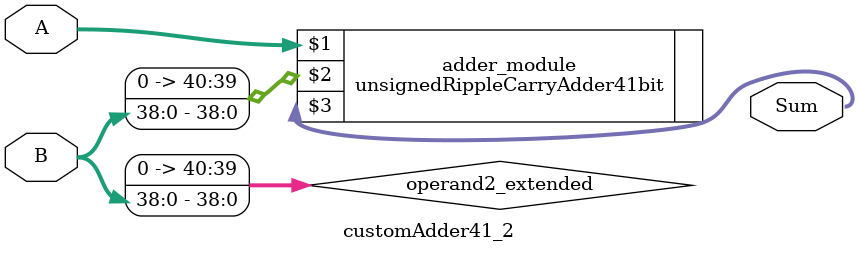
<source format=v>
module customAdder41_2(
                        input [40 : 0] A,
                        input [38 : 0] B,
                        
                        output [41 : 0] Sum
                );

        wire [40 : 0] operand2_extended;
        
        assign operand2_extended =  {2'b0, B};
        
        unsignedRippleCarryAdder41bit adder_module(
            A,
            operand2_extended,
            Sum
        );
        
        endmodule
        
</source>
